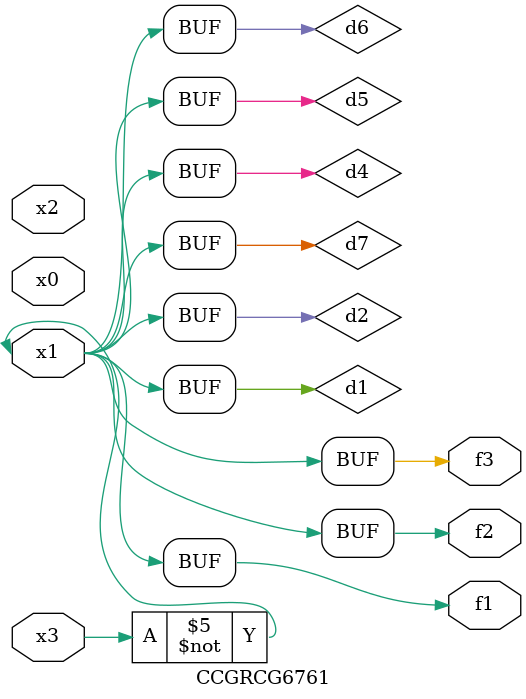
<source format=v>
module CCGRCG6761(
	input x0, x1, x2, x3,
	output f1, f2, f3
);

	wire d1, d2, d3, d4, d5, d6, d7;

	not (d1, x3);
	buf (d2, x1);
	xnor (d3, d1, d2);
	nor (d4, d1);
	buf (d5, d1, d2);
	buf (d6, d4, d5);
	nand (d7, d4);
	assign f1 = d6;
	assign f2 = d7;
	assign f3 = d6;
endmodule

</source>
